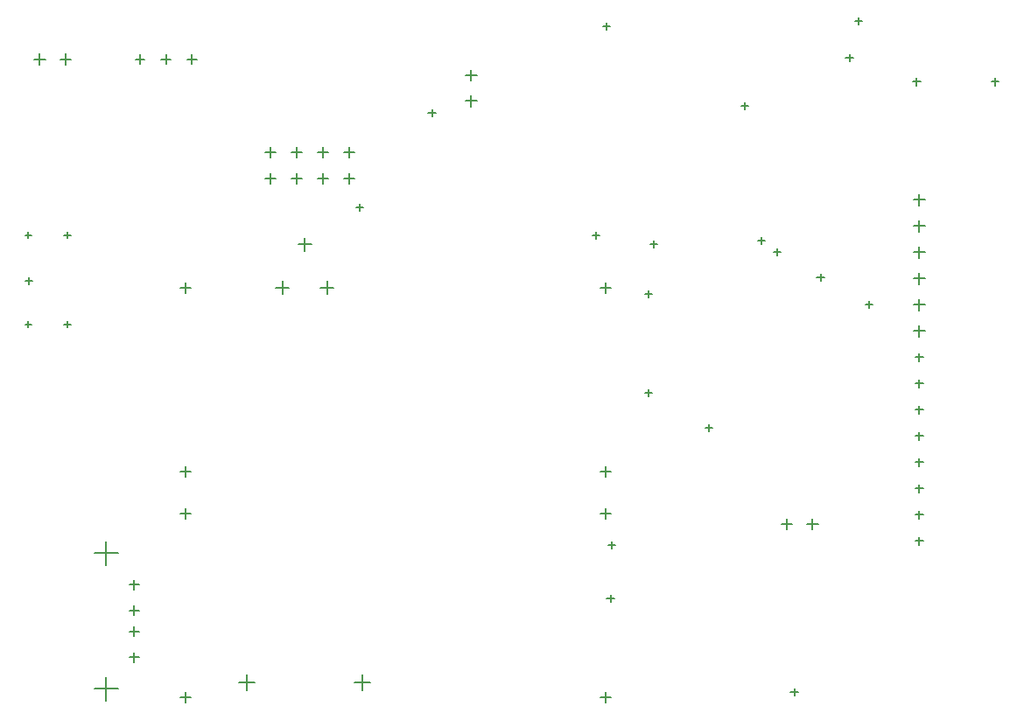
<source format=gbr>
G04*
G04 #@! TF.GenerationSoftware,Altium Limited,Altium Designer,24.1.2 (44)*
G04*
G04 Layer_Color=128*
%FSLAX44Y44*%
%MOMM*%
G71*
G04*
G04 #@! TF.SameCoordinates,98FF00E1-DB16-4AB4-99D8-1D2B7C447DA4*
G04*
G04*
G04 #@! TF.FilePolarity,Positive*
G04*
G01*
G75*
%ADD11C,0.1270*%
D11*
X219285Y255740D02*
X225635D01*
X222460Y252565D02*
Y258915D01*
X-165020Y185640D02*
X-155020D01*
X-160020Y180640D02*
Y190640D01*
X-165020Y211040D02*
X-155020D01*
X-160020Y206040D02*
Y216040D01*
X-190420Y185640D02*
X-180420D01*
X-185420Y180640D02*
Y190640D01*
X-190420Y211040D02*
X-180420D01*
X-185420Y206040D02*
Y216040D01*
X-215820Y185640D02*
X-205820D01*
X-210820Y180640D02*
Y190640D01*
X-215820Y211040D02*
X-205820D01*
X-210820Y206040D02*
Y216040D01*
X-241220Y185640D02*
X-231220D01*
X-236220Y180640D02*
Y190640D01*
X-241220Y211040D02*
X-231220D01*
X-236220Y206040D02*
Y216040D01*
X282840Y-148760D02*
X293340D01*
X288090Y-154010D02*
Y-143510D01*
X257840Y-148760D02*
X268340D01*
X263090Y-154010D02*
Y-143510D01*
X384870Y279400D02*
X392370D01*
X388620Y275650D02*
Y283150D01*
X460870Y279400D02*
X468370D01*
X464620Y275650D02*
Y283150D01*
X-316920Y300990D02*
X-307920D01*
X-312420Y296490D02*
Y305490D01*
X-341920Y300990D02*
X-332920D01*
X-337420Y296490D02*
Y305490D01*
X-366920Y300990D02*
X-357920D01*
X-362420Y296490D02*
Y305490D01*
X-473780Y130830D02*
X-467780D01*
X-470780Y127830D02*
Y133830D01*
X-473780Y44430D02*
X-467780D01*
X-470780Y41430D02*
Y47430D01*
X-435780Y130830D02*
X-429780D01*
X-432780Y127830D02*
Y133830D01*
X-435780Y44430D02*
X-429780D01*
X-432780Y41430D02*
Y47430D01*
X387350Y-165100D02*
X394970D01*
X391160Y-168910D02*
Y-161290D01*
X387350Y-139700D02*
X394970D01*
X391160Y-143510D02*
Y-135890D01*
X387350Y-114300D02*
X394970D01*
X391160Y-118110D02*
Y-110490D01*
X387350Y-88900D02*
X394970D01*
X391160Y-92710D02*
Y-85090D01*
X387350Y-63500D02*
X394970D01*
X391160Y-67310D02*
Y-59690D01*
X387350Y-38100D02*
X394970D01*
X391160Y-41910D02*
Y-34290D01*
X387350Y-12700D02*
X394970D01*
X391160Y-16510D02*
Y-8890D01*
X387350Y12700D02*
X394970D01*
X391160Y8890D02*
Y16510D01*
X385810Y165100D02*
X396510D01*
X391160Y159750D02*
Y170450D01*
X385810Y139700D02*
X396510D01*
X391160Y134350D02*
Y145050D01*
X385810Y114300D02*
X396510D01*
X391160Y108950D02*
Y119650D01*
X385810Y88900D02*
X396510D01*
X391160Y83550D02*
Y94250D01*
X385810Y63500D02*
X396510D01*
X391160Y58150D02*
Y68850D01*
X385810Y38100D02*
X396510D01*
X391160Y32750D02*
Y43450D01*
X82630Y-138430D02*
X92630D01*
X87630Y-143430D02*
Y-133430D01*
X82630Y-316230D02*
X92630D01*
X87630Y-321230D02*
Y-311230D01*
X-323770Y-138430D02*
X-313770D01*
X-318770Y-143430D02*
Y-133430D01*
X-323770Y-316230D02*
X-313770D01*
X-318770Y-321230D02*
Y-311230D01*
X-372690Y-232570D02*
X-363490D01*
X-368090Y-237170D02*
Y-227970D01*
X-372690Y-252570D02*
X-363490D01*
X-368090Y-257170D02*
Y-247970D01*
X-372690Y-207570D02*
X-363490D01*
X-368090Y-212170D02*
Y-202970D01*
X-372690Y-277570D02*
X-363490D01*
X-368090Y-282170D02*
Y-272970D01*
X-406690Y-308270D02*
X-383690D01*
X-395190Y-319770D02*
Y-296770D01*
X-406690Y-176870D02*
X-383690D01*
X-395190Y-188370D02*
Y-165370D01*
X-187960Y80010D02*
X-175260D01*
X-181610Y73660D02*
Y86360D01*
X-209550Y121920D02*
X-196850D01*
X-203200Y115570D02*
Y128270D01*
X-154940Y-302260D02*
X-139700D01*
X-147320Y-309880D02*
Y-294640D01*
X-266700Y-302260D02*
X-251460D01*
X-259080Y-309880D02*
Y-294640D01*
X-231140Y80010D02*
X-218440D01*
X-224790Y73660D02*
Y86360D01*
X-47330Y260550D02*
X-36830D01*
X-42080Y255300D02*
Y265800D01*
X-47330Y285550D02*
X-36830D01*
X-42080Y280300D02*
Y290800D01*
X-464790Y301160D02*
X-454290D01*
X-459540Y295910D02*
Y306410D01*
X-439790Y301160D02*
X-429290D01*
X-434540Y295910D02*
Y306410D01*
X-323770Y-97790D02*
X-313770D01*
X-318770Y-102790D02*
Y-92790D01*
X-323770Y80010D02*
X-313770D01*
X-318770Y75010D02*
Y85010D01*
X82630Y-97790D02*
X92630D01*
X87630Y-102790D02*
Y-92790D01*
X82630Y80010D02*
X92630D01*
X87630Y75010D02*
Y85010D01*
X266954Y-311150D02*
X274066D01*
X270510Y-314706D02*
Y-307594D01*
X320294Y302260D02*
X327406D01*
X323850Y298704D02*
Y305816D01*
X125984Y-21800D02*
X133096D01*
X129540Y-25356D02*
Y-18244D01*
X-473456Y86360D02*
X-466344D01*
X-469900Y82804D02*
Y89916D01*
X125984Y73660D02*
X133096D01*
X129540Y70104D02*
Y77216D01*
X90424Y-168910D02*
X97536D01*
X93980Y-172466D02*
Y-165354D01*
X89154Y-220980D02*
X96266D01*
X92710Y-224536D02*
Y-217424D01*
X329184Y337820D02*
X336296D01*
X332740Y334264D02*
Y341376D01*
X85344Y332740D02*
X92456D01*
X88900Y329184D02*
Y336296D01*
X-83566Y248920D02*
X-76454D01*
X-80010Y245364D02*
Y252476D01*
X-153416Y157480D02*
X-146304D01*
X-149860Y153924D02*
Y161036D01*
X75184Y130810D02*
X82296D01*
X78740Y127254D02*
Y134366D01*
X131064Y121920D02*
X138176D01*
X134620Y118364D02*
Y125476D01*
X184404Y-55880D02*
X191516D01*
X187960Y-59436D02*
Y-52324D01*
X250444Y114300D02*
X257556D01*
X254000Y110744D02*
Y117856D01*
X235204Y125730D02*
X242316D01*
X238760Y122174D02*
Y129286D01*
X292354Y90170D02*
X299466D01*
X295910Y86614D02*
Y93726D01*
X339344Y63500D02*
X346456D01*
X342900Y59944D02*
Y67056D01*
M02*

</source>
